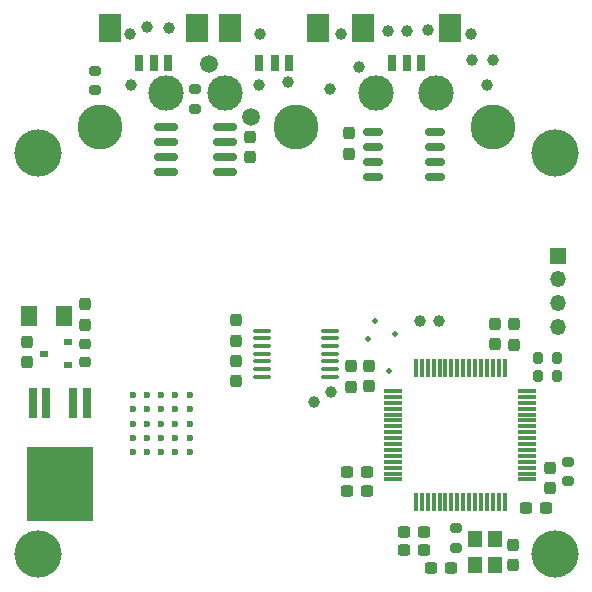
<source format=gbr>
%TF.GenerationSoftware,KiCad,Pcbnew,(7.0.0-0)*%
%TF.CreationDate,2023-03-29T23:18:46+02:00*%
%TF.ProjectId,Nauthiluscontroller,4e617574-6869-46c7-9573-636f6e74726f,rev?*%
%TF.SameCoordinates,Original*%
%TF.FileFunction,Soldermask,Bot*%
%TF.FilePolarity,Negative*%
%FSLAX46Y46*%
G04 Gerber Fmt 4.6, Leading zero omitted, Abs format (unit mm)*
G04 Created by KiCad (PCBNEW (7.0.0-0)) date 2023-03-29 23:18:46*
%MOMM*%
%LPD*%
G01*
G04 APERTURE LIST*
G04 Aperture macros list*
%AMRoundRect*
0 Rectangle with rounded corners*
0 $1 Rounding radius*
0 $2 $3 $4 $5 $6 $7 $8 $9 X,Y pos of 4 corners*
0 Add a 4 corners polygon primitive as box body*
4,1,4,$2,$3,$4,$5,$6,$7,$8,$9,$2,$3,0*
0 Add four circle primitives for the rounded corners*
1,1,$1+$1,$2,$3*
1,1,$1+$1,$4,$5*
1,1,$1+$1,$6,$7*
1,1,$1+$1,$8,$9*
0 Add four rect primitives between the rounded corners*
20,1,$1+$1,$2,$3,$4,$5,0*
20,1,$1+$1,$4,$5,$6,$7,0*
20,1,$1+$1,$6,$7,$8,$9,0*
20,1,$1+$1,$8,$9,$2,$3,0*%
G04 Aperture macros list end*
%ADD10C,0.600000*%
%ADD11C,2.600000*%
%ADD12C,3.800000*%
%ADD13C,1.000000*%
%ADD14C,3.000000*%
%ADD15C,4.000000*%
%ADD16R,1.350000X1.350000*%
%ADD17O,1.350000X1.350000*%
%ADD18RoundRect,0.237500X-0.237500X0.300000X-0.237500X-0.300000X0.237500X-0.300000X0.237500X0.300000X0*%
%ADD19RoundRect,0.250000X-0.462500X-0.625000X0.462500X-0.625000X0.462500X0.625000X-0.462500X0.625000X0*%
%ADD20RoundRect,0.225000X0.250000X-0.225000X0.250000X0.225000X-0.250000X0.225000X-0.250000X-0.225000X0*%
%ADD21R,0.700000X0.600000*%
%ADD22RoundRect,0.200000X0.200000X0.275000X-0.200000X0.275000X-0.200000X-0.275000X0.200000X-0.275000X0*%
%ADD23RoundRect,0.200000X-0.275000X0.200000X-0.275000X-0.200000X0.275000X-0.200000X0.275000X0.200000X0*%
%ADD24R,0.790000X2.520000*%
%ADD25R,5.570000X6.230000*%
%ADD26RoundRect,0.200000X-0.200000X-0.275000X0.200000X-0.275000X0.200000X0.275000X-0.200000X0.275000X0*%
%ADD27RoundRect,0.237500X0.237500X-0.300000X0.237500X0.300000X-0.237500X0.300000X-0.237500X-0.300000X0*%
%ADD28RoundRect,0.237500X-0.300000X-0.237500X0.300000X-0.237500X0.300000X0.237500X-0.300000X0.237500X0*%
%ADD29RoundRect,0.100000X0.637500X0.100000X-0.637500X0.100000X-0.637500X-0.100000X0.637500X-0.100000X0*%
%ADD30RoundRect,0.200000X0.275000X-0.200000X0.275000X0.200000X-0.275000X0.200000X-0.275000X-0.200000X0*%
%ADD31RoundRect,0.150000X0.825000X0.150000X-0.825000X0.150000X-0.825000X-0.150000X0.825000X-0.150000X0*%
%ADD32R,1.200000X1.400000*%
%ADD33RoundRect,0.150000X0.675000X0.150000X-0.675000X0.150000X-0.675000X-0.150000X0.675000X-0.150000X0*%
%ADD34C,1.500000*%
%ADD35C,0.500000*%
%ADD36R,1.900000X2.400000*%
%ADD37R,0.700000X1.450000*%
%ADD38RoundRect,0.237500X0.300000X0.237500X-0.300000X0.237500X-0.300000X-0.237500X0.300000X-0.237500X0*%
%ADD39RoundRect,0.075000X0.075000X-0.700000X0.075000X0.700000X-0.075000X0.700000X-0.075000X-0.700000X0*%
%ADD40RoundRect,0.075000X0.700000X-0.075000X0.700000X0.075000X-0.700000X0.075000X-0.700000X-0.075000X0*%
G04 APERTURE END LIST*
D10*
%TO.C,U3*%
X126223000Y-108022000D03*
X126223000Y-106822000D03*
X126223000Y-105622000D03*
X126223000Y-104422000D03*
X126223000Y-103222000D03*
X127423000Y-108022000D03*
X127423000Y-106822000D03*
X127423000Y-105622000D03*
X127423000Y-104422000D03*
X127423000Y-103222000D03*
X128623000Y-108022000D03*
X128623000Y-106822000D03*
X128623000Y-105622000D03*
X128623000Y-104422000D03*
X128623000Y-103222000D03*
X129823000Y-108022000D03*
X129823000Y-106822000D03*
X129823000Y-105622000D03*
X129823000Y-104422000D03*
X129823000Y-103222000D03*
X131023000Y-108022000D03*
X131023000Y-106822000D03*
X131023000Y-105622000D03*
X131023000Y-104422000D03*
X131023000Y-103222000D03*
%TD*%
D11*
%TO.C,U15*%
X156697360Y-80500000D03*
D12*
X156697360Y-80500000D03*
%TD*%
D11*
%TO.C,U13*%
X123400000Y-80500000D03*
D12*
X123400000Y-80500000D03*
%TD*%
D13*
%TO.C,U9*%
X136870000Y-76950000D03*
%TD*%
%TO.C,U10*%
X142950000Y-77300000D03*
%TD*%
%TO.C,J4*%
X143850000Y-72620000D03*
X154850000Y-72620000D03*
D14*
X146850000Y-77620000D03*
X151850000Y-77620000D03*
%TD*%
D13*
%TO.C,U12*%
X156220000Y-76950000D03*
%TD*%
D15*
%TO.C,H2*%
X118170000Y-116680000D03*
%TD*%
D13*
%TO.C,U8*%
X126080000Y-76950000D03*
%TD*%
D11*
%TO.C,U14*%
X140048680Y-80500000D03*
D12*
X140048680Y-80500000D03*
%TD*%
D15*
%TO.C,H1*%
X118170000Y-82680001D03*
%TD*%
%TO.C,H3*%
X161927359Y-82680001D03*
%TD*%
%TO.C,H4*%
X161927359Y-116680000D03*
%TD*%
D13*
%TO.C,U11*%
X139360000Y-76700000D03*
%TD*%
%TO.C,J9*%
X156720000Y-74860000D03*
%TD*%
%TO.C,J12*%
X154980000Y-74800000D03*
%TD*%
D16*
%TO.C,J6*%
X162229999Y-91399999D03*
D17*
X162229999Y-93399999D03*
X162229999Y-95399999D03*
X162229999Y-97399999D03*
%TD*%
D13*
%TO.C,J15*%
X151180000Y-72320000D03*
%TD*%
%TO.C,J10*%
X149470000Y-72350000D03*
%TD*%
%TO.C,J13*%
X147850000Y-72360000D03*
%TD*%
%TO.C,J14*%
X129260000Y-72110000D03*
%TD*%
%TO.C,J1*%
X126000000Y-72620000D03*
X137000000Y-72620000D03*
D14*
X129000000Y-77620000D03*
X134000000Y-77620000D03*
%TD*%
D13*
%TO.C,J11*%
X127430000Y-72080000D03*
%TD*%
%TO.C,J21*%
X141580000Y-103820000D03*
%TD*%
%TO.C,J2*%
X152150000Y-96900000D03*
%TD*%
%TO.C,J20*%
X143040000Y-102930000D03*
%TD*%
%TO.C,J19*%
X145380000Y-75440000D03*
%TD*%
%TO.C,J3*%
X150550000Y-96900000D03*
%TD*%
D18*
%TO.C,C21*%
X117220000Y-98702500D03*
X117220000Y-100427500D03*
%TD*%
%TO.C,C20*%
X122195000Y-95527500D03*
X122195000Y-97252500D03*
%TD*%
D19*
%TO.C,F1*%
X117407500Y-96515000D03*
X120382500Y-96515000D03*
%TD*%
D20*
%TO.C,FB1*%
X122170000Y-100415000D03*
X122170000Y-98865000D03*
%TD*%
D21*
%TO.C,Q1*%
X120719999Y-98739999D03*
X120719999Y-100639999D03*
X118719999Y-99689999D03*
%TD*%
D22*
%TO.C,R6*%
X162175000Y-100050000D03*
X160525000Y-100050000D03*
%TD*%
D18*
%TO.C,C22*%
X144510000Y-81027500D03*
X144510000Y-82752500D03*
%TD*%
%TO.C,C25*%
X134970000Y-100307500D03*
X134970000Y-102032500D03*
%TD*%
D23*
%TO.C,R15*%
X123000000Y-75740000D03*
X123000000Y-77390000D03*
%TD*%
D24*
%TO.C,U1*%
X117749999Y-103894999D03*
X118889999Y-103894999D03*
D25*
X120029999Y-110714999D03*
D24*
X121169999Y-103894999D03*
X122309999Y-103894999D03*
%TD*%
D26*
%TO.C,R9*%
X160525000Y-101600000D03*
X162175000Y-101600000D03*
%TD*%
D27*
%TO.C,C11*%
X158450000Y-117612500D03*
X158450000Y-115887500D03*
%TD*%
D23*
%TO.C,R4*%
X153600000Y-114475000D03*
X153600000Y-116125000D03*
%TD*%
D28*
%TO.C,C12*%
X151450000Y-117875000D03*
X153175000Y-117875000D03*
%TD*%
D29*
%TO.C,U6*%
X142910473Y-97740707D03*
X142910473Y-98390707D03*
X142910473Y-99040707D03*
X142910473Y-99690707D03*
X142910473Y-100340707D03*
X142910473Y-100990707D03*
X142910473Y-101640707D03*
X137185473Y-101640707D03*
X137185473Y-100990707D03*
X137185473Y-100340707D03*
X137185473Y-99690707D03*
X137185473Y-99040707D03*
X137185473Y-98390707D03*
X137185473Y-97740707D03*
%TD*%
D30*
%TO.C,R14*%
X131490000Y-78940000D03*
X131490000Y-77290000D03*
%TD*%
D18*
%TO.C,C24*%
X136140000Y-81340000D03*
X136140000Y-83065000D03*
%TD*%
D31*
%TO.C,U5*%
X134015000Y-80525000D03*
X134015000Y-81795000D03*
X134015000Y-83065000D03*
X134015000Y-84335000D03*
X129065000Y-84335000D03*
X129065000Y-83065000D03*
X129065000Y-81795000D03*
X129065000Y-80525000D03*
%TD*%
D27*
%TO.C,C26*%
X134970000Y-98612500D03*
X134970000Y-96887500D03*
%TD*%
D32*
%TO.C,HSE1*%
X156899999Y-115389999D03*
X156899999Y-117589999D03*
X155199999Y-117589999D03*
X155199999Y-115389999D03*
%TD*%
D33*
%TO.C,U4*%
X151835000Y-80895000D03*
X151835000Y-82165000D03*
X151835000Y-83435000D03*
X151835000Y-84705000D03*
X146585000Y-84705000D03*
X146585000Y-83435000D03*
X146585000Y-82165000D03*
X146585000Y-80895000D03*
%TD*%
D34*
%TO.C,J7*%
X132650000Y-75200000D03*
%TD*%
%TO.C,J8*%
X136200000Y-79620000D03*
%TD*%
D18*
%TO.C,C6*%
X161500000Y-109373500D03*
X161500000Y-111098500D03*
%TD*%
D35*
%TO.C,TP15*%
X146110000Y-98460000D03*
%TD*%
D28*
%TO.C,C7*%
X149150000Y-114800000D03*
X150875000Y-114800000D03*
%TD*%
D36*
%TO.C,J16*%
X124248999Y-72114999D03*
X131674999Y-72114999D03*
D37*
X126711999Y-75049999D03*
X128011999Y-75049999D03*
X129211999Y-75049999D03*
%TD*%
D36*
%TO.C,J17*%
X145673999Y-72114999D03*
X153099999Y-72114999D03*
D37*
X148136999Y-75049999D03*
X149436999Y-75049999D03*
X150636999Y-75049999D03*
%TD*%
D28*
%TO.C,C2*%
X144325000Y-109700000D03*
X146050000Y-109700000D03*
%TD*%
D38*
%TO.C,C1*%
X161212500Y-112750000D03*
X159487500Y-112750000D03*
%TD*%
D18*
%TO.C,C10*%
X156900000Y-97175000D03*
X156900000Y-98900000D03*
%TD*%
D30*
%TO.C,R3*%
X163050000Y-110500000D03*
X163050000Y-108850000D03*
%TD*%
D39*
%TO.C,U2*%
X157690707Y-112274293D03*
X157190707Y-112274293D03*
X156690707Y-112274293D03*
X156190707Y-112274293D03*
X155690707Y-112274293D03*
X155190707Y-112274293D03*
X154690707Y-112274293D03*
X154190707Y-112274293D03*
X153690707Y-112274293D03*
X153190707Y-112274293D03*
X152690707Y-112274293D03*
X152190707Y-112274293D03*
X151690707Y-112274293D03*
X151190707Y-112274293D03*
X150690707Y-112274293D03*
X150190707Y-112274293D03*
D40*
X148265707Y-110349293D03*
X148265707Y-109849293D03*
X148265707Y-109349293D03*
X148265707Y-108849293D03*
X148265707Y-108349293D03*
X148265707Y-107849293D03*
X148265707Y-107349293D03*
X148265707Y-106849293D03*
X148265707Y-106349293D03*
X148265707Y-105849293D03*
X148265707Y-105349293D03*
X148265707Y-104849293D03*
X148265707Y-104349293D03*
X148265707Y-103849293D03*
X148265707Y-103349293D03*
X148265707Y-102849293D03*
D39*
X150190707Y-100924293D03*
X150690707Y-100924293D03*
X151190707Y-100924293D03*
X151690707Y-100924293D03*
X152190707Y-100924293D03*
X152690707Y-100924293D03*
X153190707Y-100924293D03*
X153690707Y-100924293D03*
X154190707Y-100924293D03*
X154690707Y-100924293D03*
X155190707Y-100924293D03*
X155690707Y-100924293D03*
X156190707Y-100924293D03*
X156690707Y-100924293D03*
X157190707Y-100924293D03*
X157690707Y-100924293D03*
D40*
X159615707Y-102849293D03*
X159615707Y-103349293D03*
X159615707Y-103849293D03*
X159615707Y-104349293D03*
X159615707Y-104849293D03*
X159615707Y-105349293D03*
X159615707Y-105849293D03*
X159615707Y-106349293D03*
X159615707Y-106849293D03*
X159615707Y-107349293D03*
X159615707Y-107849293D03*
X159615707Y-108349293D03*
X159615707Y-108849293D03*
X159615707Y-109349293D03*
X159615707Y-109849293D03*
X159615707Y-110349293D03*
%TD*%
D28*
%TO.C,C5*%
X149150000Y-116350000D03*
X150875000Y-116350000D03*
%TD*%
D18*
%TO.C,C4*%
X158500000Y-97200000D03*
X158500000Y-98925000D03*
%TD*%
D35*
%TO.C,TP14*%
X146760000Y-96940000D03*
%TD*%
D18*
%TO.C,C9*%
X144690000Y-100765000D03*
X144690000Y-102490000D03*
%TD*%
D35*
%TO.C,TP16*%
X148410000Y-98060000D03*
%TD*%
D36*
%TO.C,J18*%
X134461999Y-72114999D03*
X141887999Y-72114999D03*
D37*
X136924999Y-75049999D03*
X138224999Y-75049999D03*
X139424999Y-75049999D03*
%TD*%
D18*
%TO.C,C3*%
X146190000Y-100720000D03*
X146190000Y-102445000D03*
%TD*%
D35*
%TO.C,TP13*%
X147940000Y-101180000D03*
%TD*%
D28*
%TO.C,C8*%
X144350000Y-111300000D03*
X146075000Y-111300000D03*
%TD*%
M02*

</source>
